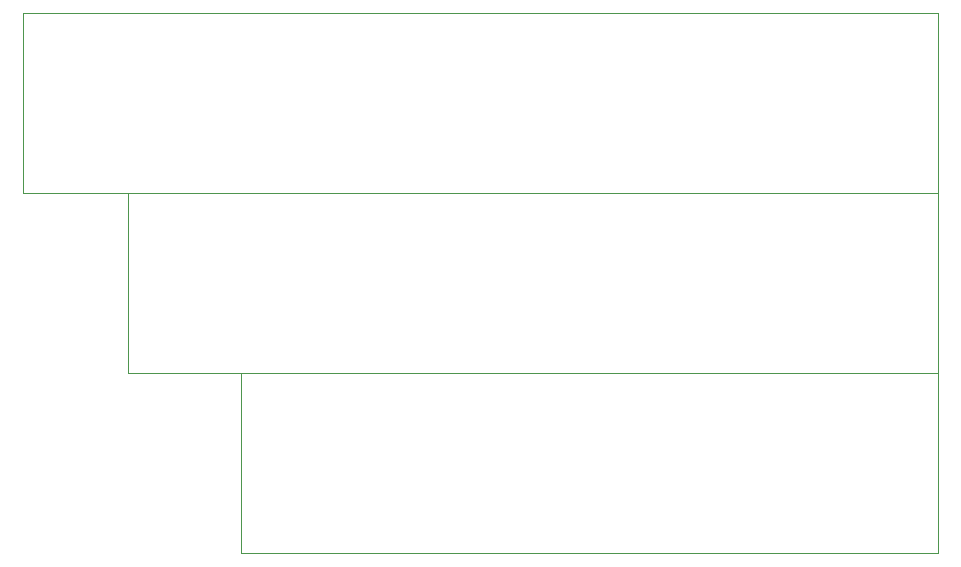
<source format=gbr>
G04 #@! TF.GenerationSoftware,KiCad,Pcbnew,5.1.4-e60b266~84~ubuntu19.04.1*
G04 #@! TF.CreationDate,2019-10-21T18:10:41-05:00*
G04 #@! TF.ProjectId,433_Antenna,3433335f-416e-4746-956e-6e612e6b6963,rev?*
G04 #@! TF.SameCoordinates,Original*
G04 #@! TF.FileFunction,Profile,NP*
%FSLAX46Y46*%
G04 Gerber Fmt 4.6, Leading zero omitted, Abs format (unit mm)*
G04 Created by KiCad (PCBNEW 5.1.4-e60b266~84~ubuntu19.04.1) date 2019-10-21 18:10:41*
%MOMM*%
%LPD*%
G04 APERTURE LIST*
%ADD10C,0.050000*%
G04 APERTURE END LIST*
D10*
X126365000Y-109220000D02*
X126365000Y-93980000D01*
X116840000Y-93980000D02*
X116840000Y-78740000D01*
X185420000Y-93980000D02*
X116840000Y-93980000D01*
X185420000Y-78740000D02*
X107950000Y-78740000D01*
X185420000Y-63500000D02*
X185420000Y-78740000D01*
X107950000Y-63500000D02*
X185420000Y-63500000D01*
X107950000Y-78740000D02*
X107950000Y-63500000D01*
X185420000Y-109220000D02*
X126365000Y-109220000D01*
X185420000Y-63500000D02*
X185420000Y-109220000D01*
M02*

</source>
